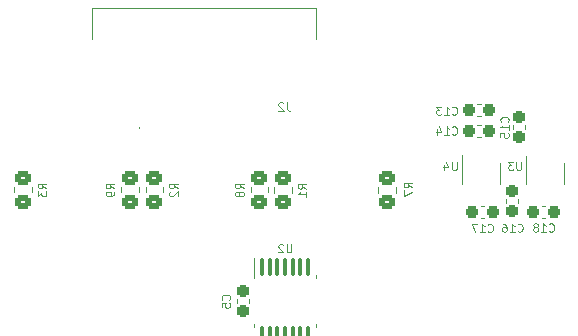
<source format=gbo>
%TF.GenerationSoftware,KiCad,Pcbnew,8.0.4-8.0.4-0~ubuntu22.04.1*%
%TF.CreationDate,2024-08-14T23:11:35+09:00*%
%TF.ProjectId,motor_driver,6d6f746f-725f-4647-9269-7665722e6b69,rev?*%
%TF.SameCoordinates,Original*%
%TF.FileFunction,Legend,Bot*%
%TF.FilePolarity,Positive*%
%FSLAX46Y46*%
G04 Gerber Fmt 4.6, Leading zero omitted, Abs format (unit mm)*
G04 Created by KiCad (PCBNEW 8.0.4-8.0.4-0~ubuntu22.04.1) date 2024-08-14 23:11:35*
%MOMM*%
%LPD*%
G01*
G04 APERTURE LIST*
G04 Aperture macros list*
%AMRoundRect*
0 Rectangle with rounded corners*
0 $1 Rounding radius*
0 $2 $3 $4 $5 $6 $7 $8 $9 X,Y pos of 4 corners*
0 Add a 4 corners polygon primitive as box body*
4,1,4,$2,$3,$4,$5,$6,$7,$8,$9,$2,$3,0*
0 Add four circle primitives for the rounded corners*
1,1,$1+$1,$2,$3*
1,1,$1+$1,$4,$5*
1,1,$1+$1,$6,$7*
1,1,$1+$1,$8,$9*
0 Add four rect primitives between the rounded corners*
20,1,$1+$1,$2,$3,$4,$5,0*
20,1,$1+$1,$4,$5,$6,$7,0*
20,1,$1+$1,$6,$7,$8,$9,0*
20,1,$1+$1,$8,$9,$2,$3,0*%
G04 Aperture macros list end*
%ADD10C,0.100000*%
%ADD11C,0.120000*%
%ADD12C,3.600000*%
%ADD13C,6.400000*%
%ADD14R,3.800000X3.800000*%
%ADD15C,4.000000*%
%ADD16C,1.070000*%
%ADD17C,0.508000*%
%ADD18RoundRect,0.250000X0.450000X-0.350000X0.450000X0.350000X-0.450000X0.350000X-0.450000X-0.350000X0*%
%ADD19RoundRect,0.237500X0.237500X-0.300000X0.237500X0.300000X-0.237500X0.300000X-0.237500X-0.300000X0*%
%ADD20RoundRect,0.237500X-0.300000X-0.237500X0.300000X-0.237500X0.300000X0.237500X-0.300000X0.237500X0*%
%ADD21RoundRect,0.250000X-0.450000X0.350000X-0.450000X-0.350000X0.450000X-0.350000X0.450000X0.350000X0*%
%ADD22R,0.610000X2.000000*%
%ADD23R,2.680000X3.600000*%
%ADD24R,3.100000X3.000000*%
%ADD25RoundRect,0.100000X-0.100000X0.687500X-0.100000X-0.687500X0.100000X-0.687500X0.100000X0.687500X0*%
%ADD26RoundRect,0.237500X-0.237500X0.300000X-0.237500X-0.300000X0.237500X-0.300000X0.237500X0.300000X0*%
%ADD27R,0.650000X1.560000*%
G04 APERTURE END LIST*
D10*
X117275033Y-90749733D02*
X116941700Y-90516400D01*
X117275033Y-90349733D02*
X116575033Y-90349733D01*
X116575033Y-90349733D02*
X116575033Y-90616400D01*
X116575033Y-90616400D02*
X116608366Y-90683067D01*
X116608366Y-90683067D02*
X116641700Y-90716400D01*
X116641700Y-90716400D02*
X116708366Y-90749733D01*
X116708366Y-90749733D02*
X116808366Y-90749733D01*
X116808366Y-90749733D02*
X116875033Y-90716400D01*
X116875033Y-90716400D02*
X116908366Y-90683067D01*
X116908366Y-90683067D02*
X116941700Y-90616400D01*
X116941700Y-90616400D02*
X116941700Y-90349733D01*
X117275033Y-91416400D02*
X117275033Y-91016400D01*
X117275033Y-91216400D02*
X116575033Y-91216400D01*
X116575033Y-91216400D02*
X116675033Y-91149733D01*
X116675033Y-91149733D02*
X116741700Y-91083067D01*
X116741700Y-91083067D02*
X116775033Y-91016400D01*
X134351966Y-85089999D02*
X134385300Y-85056666D01*
X134385300Y-85056666D02*
X134418633Y-84956666D01*
X134418633Y-84956666D02*
X134418633Y-84889999D01*
X134418633Y-84889999D02*
X134385300Y-84789999D01*
X134385300Y-84789999D02*
X134318633Y-84723333D01*
X134318633Y-84723333D02*
X134251966Y-84689999D01*
X134251966Y-84689999D02*
X134118633Y-84656666D01*
X134118633Y-84656666D02*
X134018633Y-84656666D01*
X134018633Y-84656666D02*
X133885300Y-84689999D01*
X133885300Y-84689999D02*
X133818633Y-84723333D01*
X133818633Y-84723333D02*
X133751966Y-84789999D01*
X133751966Y-84789999D02*
X133718633Y-84889999D01*
X133718633Y-84889999D02*
X133718633Y-84956666D01*
X133718633Y-84956666D02*
X133751966Y-85056666D01*
X133751966Y-85056666D02*
X133785300Y-85089999D01*
X134418633Y-85756666D02*
X134418633Y-85356666D01*
X134418633Y-85556666D02*
X133718633Y-85556666D01*
X133718633Y-85556666D02*
X133818633Y-85489999D01*
X133818633Y-85489999D02*
X133885300Y-85423333D01*
X133885300Y-85423333D02*
X133918633Y-85356666D01*
X133718633Y-86390000D02*
X133718633Y-86056666D01*
X133718633Y-86056666D02*
X134051966Y-86023333D01*
X134051966Y-86023333D02*
X134018633Y-86056666D01*
X134018633Y-86056666D02*
X133985300Y-86123333D01*
X133985300Y-86123333D02*
X133985300Y-86290000D01*
X133985300Y-86290000D02*
X134018633Y-86356666D01*
X134018633Y-86356666D02*
X134051966Y-86390000D01*
X134051966Y-86390000D02*
X134118633Y-86423333D01*
X134118633Y-86423333D02*
X134285300Y-86423333D01*
X134285300Y-86423333D02*
X134351966Y-86390000D01*
X134351966Y-86390000D02*
X134385300Y-86356666D01*
X134385300Y-86356666D02*
X134418633Y-86290000D01*
X134418633Y-86290000D02*
X134418633Y-86123333D01*
X134418633Y-86123333D02*
X134385300Y-86056666D01*
X134385300Y-86056666D02*
X134351966Y-86023333D01*
X129620000Y-86111966D02*
X129653333Y-86145300D01*
X129653333Y-86145300D02*
X129753333Y-86178633D01*
X129753333Y-86178633D02*
X129820000Y-86178633D01*
X129820000Y-86178633D02*
X129920000Y-86145300D01*
X129920000Y-86145300D02*
X129986667Y-86078633D01*
X129986667Y-86078633D02*
X130020000Y-86011966D01*
X130020000Y-86011966D02*
X130053333Y-85878633D01*
X130053333Y-85878633D02*
X130053333Y-85778633D01*
X130053333Y-85778633D02*
X130020000Y-85645300D01*
X130020000Y-85645300D02*
X129986667Y-85578633D01*
X129986667Y-85578633D02*
X129920000Y-85511966D01*
X129920000Y-85511966D02*
X129820000Y-85478633D01*
X129820000Y-85478633D02*
X129753333Y-85478633D01*
X129753333Y-85478633D02*
X129653333Y-85511966D01*
X129653333Y-85511966D02*
X129620000Y-85545300D01*
X128953333Y-86178633D02*
X129353333Y-86178633D01*
X129153333Y-86178633D02*
X129153333Y-85478633D01*
X129153333Y-85478633D02*
X129220000Y-85578633D01*
X129220000Y-85578633D02*
X129286667Y-85645300D01*
X129286667Y-85645300D02*
X129353333Y-85678633D01*
X128353333Y-85711966D02*
X128353333Y-86178633D01*
X128520000Y-85445300D02*
X128686666Y-85945300D01*
X128686666Y-85945300D02*
X128253333Y-85945300D01*
X101013833Y-90720933D02*
X100680500Y-90487600D01*
X101013833Y-90320933D02*
X100313833Y-90320933D01*
X100313833Y-90320933D02*
X100313833Y-90587600D01*
X100313833Y-90587600D02*
X100347166Y-90654267D01*
X100347166Y-90654267D02*
X100380500Y-90687600D01*
X100380500Y-90687600D02*
X100447166Y-90720933D01*
X100447166Y-90720933D02*
X100547166Y-90720933D01*
X100547166Y-90720933D02*
X100613833Y-90687600D01*
X100613833Y-90687600D02*
X100647166Y-90654267D01*
X100647166Y-90654267D02*
X100680500Y-90587600D01*
X100680500Y-90587600D02*
X100680500Y-90320933D01*
X101013833Y-91054267D02*
X101013833Y-91187600D01*
X101013833Y-91187600D02*
X100980500Y-91254267D01*
X100980500Y-91254267D02*
X100947166Y-91287600D01*
X100947166Y-91287600D02*
X100847166Y-91354267D01*
X100847166Y-91354267D02*
X100713833Y-91387600D01*
X100713833Y-91387600D02*
X100447166Y-91387600D01*
X100447166Y-91387600D02*
X100380500Y-91354267D01*
X100380500Y-91354267D02*
X100347166Y-91320933D01*
X100347166Y-91320933D02*
X100313833Y-91254267D01*
X100313833Y-91254267D02*
X100313833Y-91120933D01*
X100313833Y-91120933D02*
X100347166Y-91054267D01*
X100347166Y-91054267D02*
X100380500Y-91020933D01*
X100380500Y-91020933D02*
X100447166Y-90987600D01*
X100447166Y-90987600D02*
X100613833Y-90987600D01*
X100613833Y-90987600D02*
X100680500Y-91020933D01*
X100680500Y-91020933D02*
X100713833Y-91054267D01*
X100713833Y-91054267D02*
X100747166Y-91120933D01*
X100747166Y-91120933D02*
X100747166Y-91254267D01*
X100747166Y-91254267D02*
X100713833Y-91320933D01*
X100713833Y-91320933D02*
X100680500Y-91354267D01*
X100680500Y-91354267D02*
X100613833Y-91387600D01*
X132646800Y-94370366D02*
X132680133Y-94403700D01*
X132680133Y-94403700D02*
X132780133Y-94437033D01*
X132780133Y-94437033D02*
X132846800Y-94437033D01*
X132846800Y-94437033D02*
X132946800Y-94403700D01*
X132946800Y-94403700D02*
X133013467Y-94337033D01*
X133013467Y-94337033D02*
X133046800Y-94270366D01*
X133046800Y-94270366D02*
X133080133Y-94137033D01*
X133080133Y-94137033D02*
X133080133Y-94037033D01*
X133080133Y-94037033D02*
X133046800Y-93903700D01*
X133046800Y-93903700D02*
X133013467Y-93837033D01*
X133013467Y-93837033D02*
X132946800Y-93770366D01*
X132946800Y-93770366D02*
X132846800Y-93737033D01*
X132846800Y-93737033D02*
X132780133Y-93737033D01*
X132780133Y-93737033D02*
X132680133Y-93770366D01*
X132680133Y-93770366D02*
X132646800Y-93803700D01*
X131980133Y-94437033D02*
X132380133Y-94437033D01*
X132180133Y-94437033D02*
X132180133Y-93737033D01*
X132180133Y-93737033D02*
X132246800Y-93837033D01*
X132246800Y-93837033D02*
X132313467Y-93903700D01*
X132313467Y-93903700D02*
X132380133Y-93937033D01*
X131746800Y-93737033D02*
X131280133Y-93737033D01*
X131280133Y-93737033D02*
X131580133Y-94437033D01*
X106392433Y-90723933D02*
X106059100Y-90490600D01*
X106392433Y-90323933D02*
X105692433Y-90323933D01*
X105692433Y-90323933D02*
X105692433Y-90590600D01*
X105692433Y-90590600D02*
X105725766Y-90657267D01*
X105725766Y-90657267D02*
X105759100Y-90690600D01*
X105759100Y-90690600D02*
X105825766Y-90723933D01*
X105825766Y-90723933D02*
X105925766Y-90723933D01*
X105925766Y-90723933D02*
X105992433Y-90690600D01*
X105992433Y-90690600D02*
X106025766Y-90657267D01*
X106025766Y-90657267D02*
X106059100Y-90590600D01*
X106059100Y-90590600D02*
X106059100Y-90323933D01*
X105759100Y-90990600D02*
X105725766Y-91023933D01*
X105725766Y-91023933D02*
X105692433Y-91090600D01*
X105692433Y-91090600D02*
X105692433Y-91257267D01*
X105692433Y-91257267D02*
X105725766Y-91323933D01*
X105725766Y-91323933D02*
X105759100Y-91357267D01*
X105759100Y-91357267D02*
X105825766Y-91390600D01*
X105825766Y-91390600D02*
X105892433Y-91390600D01*
X105892433Y-91390600D02*
X105992433Y-91357267D01*
X105992433Y-91357267D02*
X106392433Y-90957267D01*
X106392433Y-90957267D02*
X106392433Y-91390600D01*
X95278233Y-90719753D02*
X94944900Y-90486420D01*
X95278233Y-90319753D02*
X94578233Y-90319753D01*
X94578233Y-90319753D02*
X94578233Y-90586420D01*
X94578233Y-90586420D02*
X94611566Y-90653087D01*
X94611566Y-90653087D02*
X94644900Y-90686420D01*
X94644900Y-90686420D02*
X94711566Y-90719753D01*
X94711566Y-90719753D02*
X94811566Y-90719753D01*
X94811566Y-90719753D02*
X94878233Y-90686420D01*
X94878233Y-90686420D02*
X94911566Y-90653087D01*
X94911566Y-90653087D02*
X94944900Y-90586420D01*
X94944900Y-90586420D02*
X94944900Y-90319753D01*
X94578233Y-90953087D02*
X94578233Y-91386420D01*
X94578233Y-91386420D02*
X94844900Y-91153087D01*
X94844900Y-91153087D02*
X94844900Y-91253087D01*
X94844900Y-91253087D02*
X94878233Y-91319753D01*
X94878233Y-91319753D02*
X94911566Y-91353087D01*
X94911566Y-91353087D02*
X94978233Y-91386420D01*
X94978233Y-91386420D02*
X95144900Y-91386420D01*
X95144900Y-91386420D02*
X95211566Y-91353087D01*
X95211566Y-91353087D02*
X95244900Y-91319753D01*
X95244900Y-91319753D02*
X95278233Y-91253087D01*
X95278233Y-91253087D02*
X95278233Y-91053087D01*
X95278233Y-91053087D02*
X95244900Y-90986420D01*
X95244900Y-90986420D02*
X95211566Y-90953087D01*
X115623333Y-83428633D02*
X115623333Y-83928633D01*
X115623333Y-83928633D02*
X115656666Y-84028633D01*
X115656666Y-84028633D02*
X115723333Y-84095300D01*
X115723333Y-84095300D02*
X115823333Y-84128633D01*
X115823333Y-84128633D02*
X115890000Y-84128633D01*
X115323333Y-83495300D02*
X115290000Y-83461966D01*
X115290000Y-83461966D02*
X115223333Y-83428633D01*
X115223333Y-83428633D02*
X115056667Y-83428633D01*
X115056667Y-83428633D02*
X114990000Y-83461966D01*
X114990000Y-83461966D02*
X114956667Y-83495300D01*
X114956667Y-83495300D02*
X114923333Y-83561966D01*
X114923333Y-83561966D02*
X114923333Y-83628633D01*
X114923333Y-83628633D02*
X114956667Y-83728633D01*
X114956667Y-83728633D02*
X115356667Y-84128633D01*
X115356667Y-84128633D02*
X114923333Y-84128633D01*
X126218633Y-90636633D02*
X125885300Y-90403300D01*
X126218633Y-90236633D02*
X125518633Y-90236633D01*
X125518633Y-90236633D02*
X125518633Y-90503300D01*
X125518633Y-90503300D02*
X125551966Y-90569967D01*
X125551966Y-90569967D02*
X125585300Y-90603300D01*
X125585300Y-90603300D02*
X125651966Y-90636633D01*
X125651966Y-90636633D02*
X125751966Y-90636633D01*
X125751966Y-90636633D02*
X125818633Y-90603300D01*
X125818633Y-90603300D02*
X125851966Y-90569967D01*
X125851966Y-90569967D02*
X125885300Y-90503300D01*
X125885300Y-90503300D02*
X125885300Y-90236633D01*
X125518633Y-90869967D02*
X125518633Y-91336633D01*
X125518633Y-91336633D02*
X126218633Y-91036633D01*
X116013333Y-95438633D02*
X116013333Y-96005300D01*
X116013333Y-96005300D02*
X115980000Y-96071966D01*
X115980000Y-96071966D02*
X115946666Y-96105300D01*
X115946666Y-96105300D02*
X115880000Y-96138633D01*
X115880000Y-96138633D02*
X115746666Y-96138633D01*
X115746666Y-96138633D02*
X115680000Y-96105300D01*
X115680000Y-96105300D02*
X115646666Y-96071966D01*
X115646666Y-96071966D02*
X115613333Y-96005300D01*
X115613333Y-96005300D02*
X115613333Y-95438633D01*
X115313333Y-95505300D02*
X115280000Y-95471966D01*
X115280000Y-95471966D02*
X115213333Y-95438633D01*
X115213333Y-95438633D02*
X115046667Y-95438633D01*
X115046667Y-95438633D02*
X114980000Y-95471966D01*
X114980000Y-95471966D02*
X114946667Y-95505300D01*
X114946667Y-95505300D02*
X114913333Y-95571966D01*
X114913333Y-95571966D02*
X114913333Y-95638633D01*
X114913333Y-95638633D02*
X114946667Y-95738633D01*
X114946667Y-95738633D02*
X115346667Y-96138633D01*
X115346667Y-96138633D02*
X114913333Y-96138633D01*
X135180000Y-94334466D02*
X135213333Y-94367800D01*
X135213333Y-94367800D02*
X135313333Y-94401133D01*
X135313333Y-94401133D02*
X135380000Y-94401133D01*
X135380000Y-94401133D02*
X135480000Y-94367800D01*
X135480000Y-94367800D02*
X135546667Y-94301133D01*
X135546667Y-94301133D02*
X135580000Y-94234466D01*
X135580000Y-94234466D02*
X135613333Y-94101133D01*
X135613333Y-94101133D02*
X135613333Y-94001133D01*
X135613333Y-94001133D02*
X135580000Y-93867800D01*
X135580000Y-93867800D02*
X135546667Y-93801133D01*
X135546667Y-93801133D02*
X135480000Y-93734466D01*
X135480000Y-93734466D02*
X135380000Y-93701133D01*
X135380000Y-93701133D02*
X135313333Y-93701133D01*
X135313333Y-93701133D02*
X135213333Y-93734466D01*
X135213333Y-93734466D02*
X135180000Y-93767800D01*
X134513333Y-94401133D02*
X134913333Y-94401133D01*
X134713333Y-94401133D02*
X134713333Y-93701133D01*
X134713333Y-93701133D02*
X134780000Y-93801133D01*
X134780000Y-93801133D02*
X134846667Y-93867800D01*
X134846667Y-93867800D02*
X134913333Y-93901133D01*
X133913333Y-93701133D02*
X134046666Y-93701133D01*
X134046666Y-93701133D02*
X134113333Y-93734466D01*
X134113333Y-93734466D02*
X134146666Y-93767800D01*
X134146666Y-93767800D02*
X134213333Y-93867800D01*
X134213333Y-93867800D02*
X134246666Y-94001133D01*
X134246666Y-94001133D02*
X134246666Y-94267800D01*
X134246666Y-94267800D02*
X134213333Y-94334466D01*
X134213333Y-94334466D02*
X134180000Y-94367800D01*
X134180000Y-94367800D02*
X134113333Y-94401133D01*
X134113333Y-94401133D02*
X133980000Y-94401133D01*
X133980000Y-94401133D02*
X133913333Y-94367800D01*
X133913333Y-94367800D02*
X133880000Y-94334466D01*
X133880000Y-94334466D02*
X133846666Y-94267800D01*
X133846666Y-94267800D02*
X133846666Y-94101133D01*
X133846666Y-94101133D02*
X133880000Y-94034466D01*
X133880000Y-94034466D02*
X133913333Y-94001133D01*
X133913333Y-94001133D02*
X133980000Y-93967800D01*
X133980000Y-93967800D02*
X134113333Y-93967800D01*
X134113333Y-93967800D02*
X134180000Y-94001133D01*
X134180000Y-94001133D02*
X134213333Y-94034466D01*
X134213333Y-94034466D02*
X134246666Y-94101133D01*
X135473333Y-88468633D02*
X135473333Y-89035300D01*
X135473333Y-89035300D02*
X135440000Y-89101966D01*
X135440000Y-89101966D02*
X135406666Y-89135300D01*
X135406666Y-89135300D02*
X135340000Y-89168633D01*
X135340000Y-89168633D02*
X135206666Y-89168633D01*
X135206666Y-89168633D02*
X135140000Y-89135300D01*
X135140000Y-89135300D02*
X135106666Y-89101966D01*
X135106666Y-89101966D02*
X135073333Y-89035300D01*
X135073333Y-89035300D02*
X135073333Y-88468633D01*
X134806667Y-88468633D02*
X134373333Y-88468633D01*
X134373333Y-88468633D02*
X134606667Y-88735300D01*
X134606667Y-88735300D02*
X134506667Y-88735300D01*
X134506667Y-88735300D02*
X134440000Y-88768633D01*
X134440000Y-88768633D02*
X134406667Y-88801966D01*
X134406667Y-88801966D02*
X134373333Y-88868633D01*
X134373333Y-88868633D02*
X134373333Y-89035300D01*
X134373333Y-89035300D02*
X134406667Y-89101966D01*
X134406667Y-89101966D02*
X134440000Y-89135300D01*
X134440000Y-89135300D02*
X134506667Y-89168633D01*
X134506667Y-89168633D02*
X134706667Y-89168633D01*
X134706667Y-89168633D02*
X134773333Y-89135300D01*
X134773333Y-89135300D02*
X134806667Y-89101966D01*
X111982433Y-90723933D02*
X111649100Y-90490600D01*
X111982433Y-90323933D02*
X111282433Y-90323933D01*
X111282433Y-90323933D02*
X111282433Y-90590600D01*
X111282433Y-90590600D02*
X111315766Y-90657267D01*
X111315766Y-90657267D02*
X111349100Y-90690600D01*
X111349100Y-90690600D02*
X111415766Y-90723933D01*
X111415766Y-90723933D02*
X111515766Y-90723933D01*
X111515766Y-90723933D02*
X111582433Y-90690600D01*
X111582433Y-90690600D02*
X111615766Y-90657267D01*
X111615766Y-90657267D02*
X111649100Y-90590600D01*
X111649100Y-90590600D02*
X111649100Y-90323933D01*
X111582433Y-91123933D02*
X111549100Y-91057267D01*
X111549100Y-91057267D02*
X111515766Y-91023933D01*
X111515766Y-91023933D02*
X111449100Y-90990600D01*
X111449100Y-90990600D02*
X111415766Y-90990600D01*
X111415766Y-90990600D02*
X111349100Y-91023933D01*
X111349100Y-91023933D02*
X111315766Y-91057267D01*
X111315766Y-91057267D02*
X111282433Y-91123933D01*
X111282433Y-91123933D02*
X111282433Y-91257267D01*
X111282433Y-91257267D02*
X111315766Y-91323933D01*
X111315766Y-91323933D02*
X111349100Y-91357267D01*
X111349100Y-91357267D02*
X111415766Y-91390600D01*
X111415766Y-91390600D02*
X111449100Y-91390600D01*
X111449100Y-91390600D02*
X111515766Y-91357267D01*
X111515766Y-91357267D02*
X111549100Y-91323933D01*
X111549100Y-91323933D02*
X111582433Y-91257267D01*
X111582433Y-91257267D02*
X111582433Y-91123933D01*
X111582433Y-91123933D02*
X111615766Y-91057267D01*
X111615766Y-91057267D02*
X111649100Y-91023933D01*
X111649100Y-91023933D02*
X111715766Y-90990600D01*
X111715766Y-90990600D02*
X111849100Y-90990600D01*
X111849100Y-90990600D02*
X111915766Y-91023933D01*
X111915766Y-91023933D02*
X111949100Y-91057267D01*
X111949100Y-91057267D02*
X111982433Y-91123933D01*
X111982433Y-91123933D02*
X111982433Y-91257267D01*
X111982433Y-91257267D02*
X111949100Y-91323933D01*
X111949100Y-91323933D02*
X111915766Y-91357267D01*
X111915766Y-91357267D02*
X111849100Y-91390600D01*
X111849100Y-91390600D02*
X111715766Y-91390600D01*
X111715766Y-91390600D02*
X111649100Y-91357267D01*
X111649100Y-91357267D02*
X111615766Y-91323933D01*
X111615766Y-91323933D02*
X111582433Y-91257267D01*
X130013333Y-88478633D02*
X130013333Y-89045300D01*
X130013333Y-89045300D02*
X129980000Y-89111966D01*
X129980000Y-89111966D02*
X129946666Y-89145300D01*
X129946666Y-89145300D02*
X129880000Y-89178633D01*
X129880000Y-89178633D02*
X129746666Y-89178633D01*
X129746666Y-89178633D02*
X129680000Y-89145300D01*
X129680000Y-89145300D02*
X129646666Y-89111966D01*
X129646666Y-89111966D02*
X129613333Y-89045300D01*
X129613333Y-89045300D02*
X129613333Y-88478633D01*
X128980000Y-88711966D02*
X128980000Y-89178633D01*
X129146667Y-88445300D02*
X129313333Y-88945300D01*
X129313333Y-88945300D02*
X128880000Y-88945300D01*
X137828400Y-94321966D02*
X137861733Y-94355300D01*
X137861733Y-94355300D02*
X137961733Y-94388633D01*
X137961733Y-94388633D02*
X138028400Y-94388633D01*
X138028400Y-94388633D02*
X138128400Y-94355300D01*
X138128400Y-94355300D02*
X138195067Y-94288633D01*
X138195067Y-94288633D02*
X138228400Y-94221966D01*
X138228400Y-94221966D02*
X138261733Y-94088633D01*
X138261733Y-94088633D02*
X138261733Y-93988633D01*
X138261733Y-93988633D02*
X138228400Y-93855300D01*
X138228400Y-93855300D02*
X138195067Y-93788633D01*
X138195067Y-93788633D02*
X138128400Y-93721966D01*
X138128400Y-93721966D02*
X138028400Y-93688633D01*
X138028400Y-93688633D02*
X137961733Y-93688633D01*
X137961733Y-93688633D02*
X137861733Y-93721966D01*
X137861733Y-93721966D02*
X137828400Y-93755300D01*
X137161733Y-94388633D02*
X137561733Y-94388633D01*
X137361733Y-94388633D02*
X137361733Y-93688633D01*
X137361733Y-93688633D02*
X137428400Y-93788633D01*
X137428400Y-93788633D02*
X137495067Y-93855300D01*
X137495067Y-93855300D02*
X137561733Y-93888633D01*
X136761733Y-93988633D02*
X136828400Y-93955300D01*
X136828400Y-93955300D02*
X136861733Y-93921966D01*
X136861733Y-93921966D02*
X136895066Y-93855300D01*
X136895066Y-93855300D02*
X136895066Y-93821966D01*
X136895066Y-93821966D02*
X136861733Y-93755300D01*
X136861733Y-93755300D02*
X136828400Y-93721966D01*
X136828400Y-93721966D02*
X136761733Y-93688633D01*
X136761733Y-93688633D02*
X136628400Y-93688633D01*
X136628400Y-93688633D02*
X136561733Y-93721966D01*
X136561733Y-93721966D02*
X136528400Y-93755300D01*
X136528400Y-93755300D02*
X136495066Y-93821966D01*
X136495066Y-93821966D02*
X136495066Y-93855300D01*
X136495066Y-93855300D02*
X136528400Y-93921966D01*
X136528400Y-93921966D02*
X136561733Y-93955300D01*
X136561733Y-93955300D02*
X136628400Y-93988633D01*
X136628400Y-93988633D02*
X136761733Y-93988633D01*
X136761733Y-93988633D02*
X136828400Y-94021966D01*
X136828400Y-94021966D02*
X136861733Y-94055300D01*
X136861733Y-94055300D02*
X136895066Y-94121966D01*
X136895066Y-94121966D02*
X136895066Y-94255300D01*
X136895066Y-94255300D02*
X136861733Y-94321966D01*
X136861733Y-94321966D02*
X136828400Y-94355300D01*
X136828400Y-94355300D02*
X136761733Y-94388633D01*
X136761733Y-94388633D02*
X136628400Y-94388633D01*
X136628400Y-94388633D02*
X136561733Y-94355300D01*
X136561733Y-94355300D02*
X136528400Y-94321966D01*
X136528400Y-94321966D02*
X136495066Y-94255300D01*
X136495066Y-94255300D02*
X136495066Y-94121966D01*
X136495066Y-94121966D02*
X136528400Y-94055300D01*
X136528400Y-94055300D02*
X136561733Y-94021966D01*
X136561733Y-94021966D02*
X136628400Y-93988633D01*
X110751966Y-100150833D02*
X110785300Y-100117500D01*
X110785300Y-100117500D02*
X110818633Y-100017500D01*
X110818633Y-100017500D02*
X110818633Y-99950833D01*
X110818633Y-99950833D02*
X110785300Y-99850833D01*
X110785300Y-99850833D02*
X110718633Y-99784167D01*
X110718633Y-99784167D02*
X110651966Y-99750833D01*
X110651966Y-99750833D02*
X110518633Y-99717500D01*
X110518633Y-99717500D02*
X110418633Y-99717500D01*
X110418633Y-99717500D02*
X110285300Y-99750833D01*
X110285300Y-99750833D02*
X110218633Y-99784167D01*
X110218633Y-99784167D02*
X110151966Y-99850833D01*
X110151966Y-99850833D02*
X110118633Y-99950833D01*
X110118633Y-99950833D02*
X110118633Y-100017500D01*
X110118633Y-100017500D02*
X110151966Y-100117500D01*
X110151966Y-100117500D02*
X110185300Y-100150833D01*
X110118633Y-100784167D02*
X110118633Y-100450833D01*
X110118633Y-100450833D02*
X110451966Y-100417500D01*
X110451966Y-100417500D02*
X110418633Y-100450833D01*
X110418633Y-100450833D02*
X110385300Y-100517500D01*
X110385300Y-100517500D02*
X110385300Y-100684167D01*
X110385300Y-100684167D02*
X110418633Y-100750833D01*
X110418633Y-100750833D02*
X110451966Y-100784167D01*
X110451966Y-100784167D02*
X110518633Y-100817500D01*
X110518633Y-100817500D02*
X110685300Y-100817500D01*
X110685300Y-100817500D02*
X110751966Y-100784167D01*
X110751966Y-100784167D02*
X110785300Y-100750833D01*
X110785300Y-100750833D02*
X110818633Y-100684167D01*
X110818633Y-100684167D02*
X110818633Y-100517500D01*
X110818633Y-100517500D02*
X110785300Y-100450833D01*
X110785300Y-100450833D02*
X110751966Y-100417500D01*
X129620000Y-84421966D02*
X129653333Y-84455300D01*
X129653333Y-84455300D02*
X129753333Y-84488633D01*
X129753333Y-84488633D02*
X129820000Y-84488633D01*
X129820000Y-84488633D02*
X129920000Y-84455300D01*
X129920000Y-84455300D02*
X129986667Y-84388633D01*
X129986667Y-84388633D02*
X130020000Y-84321966D01*
X130020000Y-84321966D02*
X130053333Y-84188633D01*
X130053333Y-84188633D02*
X130053333Y-84088633D01*
X130053333Y-84088633D02*
X130020000Y-83955300D01*
X130020000Y-83955300D02*
X129986667Y-83888633D01*
X129986667Y-83888633D02*
X129920000Y-83821966D01*
X129920000Y-83821966D02*
X129820000Y-83788633D01*
X129820000Y-83788633D02*
X129753333Y-83788633D01*
X129753333Y-83788633D02*
X129653333Y-83821966D01*
X129653333Y-83821966D02*
X129620000Y-83855300D01*
X128953333Y-84488633D02*
X129353333Y-84488633D01*
X129153333Y-84488633D02*
X129153333Y-83788633D01*
X129153333Y-83788633D02*
X129220000Y-83888633D01*
X129220000Y-83888633D02*
X129286667Y-83955300D01*
X129286667Y-83955300D02*
X129353333Y-83988633D01*
X128720000Y-83788633D02*
X128286666Y-83788633D01*
X128286666Y-83788633D02*
X128520000Y-84055300D01*
X128520000Y-84055300D02*
X128420000Y-84055300D01*
X128420000Y-84055300D02*
X128353333Y-84088633D01*
X128353333Y-84088633D02*
X128320000Y-84121966D01*
X128320000Y-84121966D02*
X128286666Y-84188633D01*
X128286666Y-84188633D02*
X128286666Y-84355300D01*
X128286666Y-84355300D02*
X128320000Y-84421966D01*
X128320000Y-84421966D02*
X128353333Y-84455300D01*
X128353333Y-84455300D02*
X128420000Y-84488633D01*
X128420000Y-84488633D02*
X128620000Y-84488633D01*
X128620000Y-84488633D02*
X128686666Y-84455300D01*
X128686666Y-84455300D02*
X128720000Y-84421966D01*
D11*
%TO.C,R1*%
X114571400Y-91093464D02*
X114571400Y-90639336D01*
X116041400Y-91093464D02*
X116041400Y-90639336D01*
%TO.C,C15*%
X134785600Y-85379333D02*
X134785600Y-85671867D01*
X135805600Y-85379333D02*
X135805600Y-85671867D01*
%TO.C,C14*%
X132038267Y-85320400D02*
X131745733Y-85320400D01*
X132038267Y-86340400D02*
X131745733Y-86340400D01*
%TO.C,R9*%
X101610200Y-90610536D02*
X101610200Y-91064664D01*
X103080200Y-90610536D02*
X103080200Y-91064664D01*
%TO.C,C17*%
X132343067Y-92178400D02*
X132050533Y-92178400D01*
X132343067Y-93198400D02*
X132050533Y-93198400D01*
%TO.C,R2*%
X103688800Y-91067664D02*
X103688800Y-90613536D01*
X105158800Y-91067664D02*
X105158800Y-90613536D01*
%TO.C,R3*%
X92574600Y-91063484D02*
X92574600Y-90609356D01*
X94044600Y-91063484D02*
X94044600Y-90609356D01*
D10*
%TO.C,J2*%
X99150400Y-75453600D02*
X99150400Y-78103600D01*
X103110400Y-85503600D02*
X103110400Y-85503600D01*
X103110400Y-85603600D02*
X103110400Y-85603600D01*
X118070400Y-75453600D02*
X99150400Y-75453600D01*
X118070400Y-78103600D02*
X118070400Y-75453600D01*
X103110400Y-85503600D02*
G75*
G02*
X103110400Y-85603600I0J-50000D01*
G01*
X103110400Y-85603600D02*
G75*
G02*
X103110400Y-85503600I0J50000D01*
G01*
D11*
%TO.C,R7*%
X123387100Y-90624136D02*
X123387100Y-91078264D01*
X124857100Y-90624136D02*
X124857100Y-91078264D01*
%TO.C,U2*%
X112858400Y-98343616D02*
X112858400Y-96629200D01*
X112858400Y-102214784D02*
X112858400Y-102479200D01*
X118078400Y-98343616D02*
X118078400Y-98079200D01*
X118078400Y-102214784D02*
X118078400Y-102479200D01*
%TO.C,C16*%
X134226800Y-91920267D02*
X134226800Y-91627733D01*
X135246800Y-91920267D02*
X135246800Y-91627733D01*
%TO.C,U3*%
X135870000Y-90388000D02*
X135870000Y-87938000D01*
X139090000Y-88588000D02*
X139090000Y-90388000D01*
%TO.C,R8*%
X112578800Y-90613536D02*
X112578800Y-91067664D01*
X114048800Y-90613536D02*
X114048800Y-91067664D01*
%TO.C,U4*%
X130434400Y-90337200D02*
X130434400Y-87887200D01*
X133654400Y-88537200D02*
X133654400Y-90337200D01*
%TO.C,C18*%
X137524667Y-92229200D02*
X137232133Y-92229200D01*
X137524667Y-93249200D02*
X137232133Y-93249200D01*
%TO.C,C5*%
X111420000Y-100413767D02*
X111420000Y-100121233D01*
X112440000Y-100413767D02*
X112440000Y-100121233D01*
%TO.C,C13*%
X132052367Y-83585600D02*
X131759833Y-83585600D01*
X132052367Y-84605600D02*
X131759833Y-84605600D01*
%TD*%
%LPC*%
D12*
%TO.C,H1*%
X94524000Y-79310400D03*
D13*
X94524000Y-79310400D03*
%TD*%
D14*
%TO.C,J1*%
X93960000Y-114740000D03*
D15*
X93960000Y-109740000D03*
%TD*%
D12*
%TO.C,H3*%
X136524000Y-79310400D03*
D13*
X136524000Y-79310400D03*
%TD*%
D16*
%TO.C,J3*%
X136620000Y-105320000D03*
X137890000Y-105320000D03*
X136620000Y-106590000D03*
X137890000Y-106590000D03*
X136620000Y-107860000D03*
X137890000Y-107860000D03*
X136620000Y-109130000D03*
X137890000Y-109130000D03*
X136620000Y-110400000D03*
X137890000Y-110400000D03*
%TD*%
D12*
%TO.C,H4*%
X136524000Y-121310400D03*
D13*
X136524000Y-121310400D03*
%TD*%
D12*
%TO.C,H2*%
X94524000Y-121310400D03*
D13*
X94524000Y-121310400D03*
%TD*%
D17*
%TO.C,U1*%
X106400000Y-110245000D03*
X104975000Y-110255000D03*
X103575000Y-110270000D03*
X106400000Y-111520000D03*
X103575000Y-111520000D03*
X104975000Y-111525000D03*
X106400000Y-112795000D03*
X104975000Y-112795000D03*
X103575000Y-112820000D03*
%TD*%
D18*
%TO.C,R1*%
X115306400Y-91866400D03*
X115306400Y-89866400D03*
%TD*%
D19*
%TO.C,C15*%
X135295600Y-86388100D03*
X135295600Y-84663100D03*
%TD*%
D20*
%TO.C,C14*%
X131029500Y-85830400D03*
X132754500Y-85830400D03*
%TD*%
D21*
%TO.C,R9*%
X102345200Y-89837600D03*
X102345200Y-91837600D03*
%TD*%
D20*
%TO.C,C17*%
X131334300Y-92688400D03*
X133059300Y-92688400D03*
%TD*%
D18*
%TO.C,R2*%
X104423800Y-91840600D03*
X104423800Y-89840600D03*
%TD*%
%TO.C,R3*%
X93309600Y-91836420D03*
X93309600Y-89836420D03*
%TD*%
D22*
%TO.C,J2*%
X103610400Y-83753600D03*
X104610400Y-83753600D03*
X105610400Y-83753600D03*
X106610400Y-83753600D03*
X107610400Y-83753600D03*
X108610400Y-83753600D03*
X109610400Y-83753600D03*
X110610400Y-83753600D03*
X111610400Y-83753600D03*
X112610400Y-83753600D03*
X113610400Y-83753600D03*
D23*
X100620400Y-80953600D03*
X116600400Y-80953600D03*
%TD*%
D21*
%TO.C,R7*%
X124122100Y-89851200D03*
X124122100Y-91851200D03*
%TD*%
D24*
%TO.C,U2*%
X115468400Y-100279200D03*
D25*
X113518400Y-97416700D03*
X114168400Y-97416700D03*
X114818400Y-97416700D03*
X115468400Y-97416700D03*
X116118400Y-97416700D03*
X116768400Y-97416700D03*
X117418400Y-97416700D03*
X117418400Y-103141700D03*
X116768400Y-103141700D03*
X116118400Y-103141700D03*
X115468400Y-103141700D03*
X114818400Y-103141700D03*
X114168400Y-103141700D03*
X113518400Y-103141700D03*
%TD*%
D26*
%TO.C,C16*%
X134736800Y-90911500D03*
X134736800Y-92636500D03*
%TD*%
D27*
%TO.C,U3*%
X136530000Y-88138000D03*
X137480000Y-88138000D03*
X138430000Y-88138000D03*
X138430000Y-90838000D03*
X136530000Y-90838000D03*
%TD*%
D21*
%TO.C,R8*%
X113313800Y-89840600D03*
X113313800Y-91840600D03*
%TD*%
D27*
%TO.C,U4*%
X131094400Y-88087200D03*
X132044400Y-88087200D03*
X132994400Y-88087200D03*
X132994400Y-90787200D03*
X131094400Y-90787200D03*
%TD*%
D20*
%TO.C,C18*%
X136515900Y-92739200D03*
X138240900Y-92739200D03*
%TD*%
D26*
%TO.C,C5*%
X111930000Y-99405000D03*
X111930000Y-101130000D03*
%TD*%
D20*
%TO.C,C13*%
X131043600Y-84095600D03*
X132768600Y-84095600D03*
%TD*%
%LPD*%
M02*

</source>
